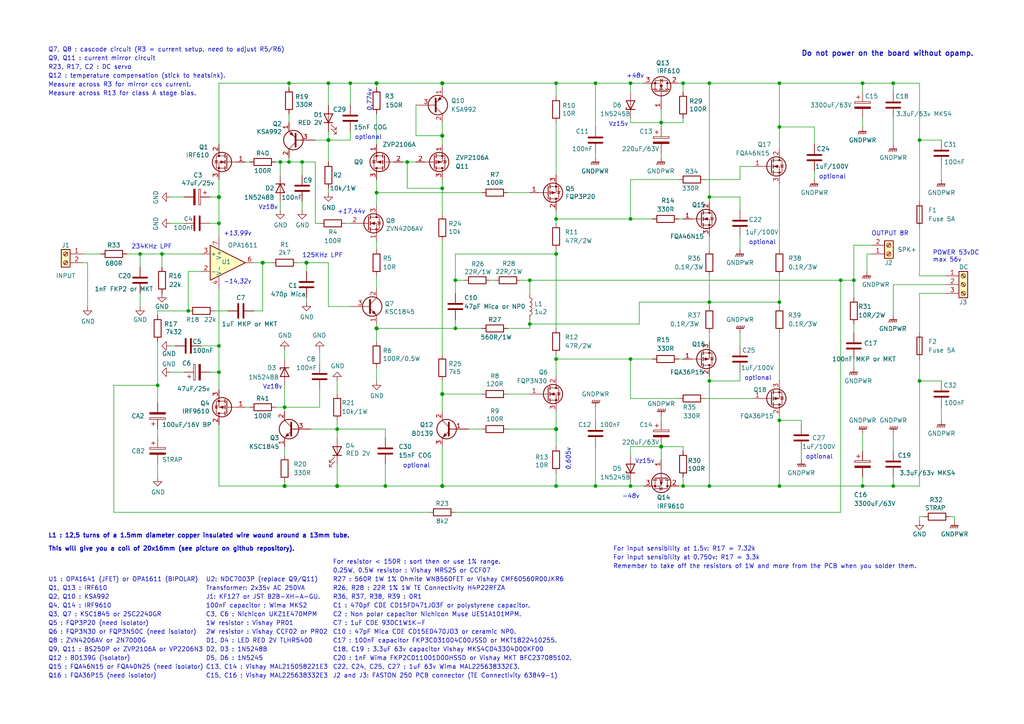
<source format=kicad_sch>
(kicad_sch (version 20211123) (generator eeschema)
  (paper "A4")
  (title_block (title "Q17-TURBO (P2) Amplifier") (date "2023-05-09") (rev "1.0.3") (company "by eng. Tiberiu Vicol") (comment 1 "Modified by Stef for the Q17-TURBO project") (comment 4 "Q17 a QUAD405 audiophile approach"))
  (junction (at 243.84 81.28))
  (junction (at 247.65 81.28))
  (junction (at 54.61 90.17))
  (junction (at 259.08 140.97))
  (junction (at 81.28 46.99))
  (junction (at 205.74 24.13))
  (junction (at 63.5 100.33))
  (junction (at 226.06 87.63))
  (junction (at 76.2 76.2) (diameter 1.016))
  (junction (at 128.27 140.97) (diameter 1.016))
  (junction (at 259.08 24.13))
  (junction (at 205.74 57.15))
  (junction (at 250.19 140.97))
  (junction (at 128.27 39.37) (diameter 1.016))
  (junction (at 205.74 87.63))
  (junction (at 45.72 111.76))
  (junction (at 118.11 46.99))
  (junction (at 83.82 46.99))
  (junction (at 153.67 93.98))
  (junction (at 101.6 24.13))
  (junction (at 63.5 107.95))
  (junction (at 226.06 24.13))
  (junction (at 82.55 140.97) (diameter 1.016))
  (junction (at 266.7 40.64))
  (junction (at 250.19 24.13))
  (junction (at 226.06 36.83))
  (junction (at 109.22 95.25) (diameter 1.016))
  (junction (at 182.88 63.5))
  (junction (at 109.22 24.13) (diameter 1.016))
  (junction (at 88.9 76.2) (diameter 1.016))
  (junction (at 191.77 129.54) (diameter 1.016))
  (junction (at 46.99 73.66))
  (junction (at 161.29 24.13))
  (junction (at 95.25 24.13))
  (junction (at 97.79 124.46))
  (junction (at 198.12 24.13))
  (junction (at 83.82 24.13))
  (junction (at 128.27 54.61))
  (junction (at 161.29 140.97))
  (junction (at 132.08 81.28))
  (junction (at 97.79 140.97) (diameter 1.016))
  (junction (at 128.27 24.13) (diameter 1.016))
  (junction (at 198.12 140.97))
  (junction (at 172.72 24.13))
  (junction (at 161.29 73.66))
  (junction (at 40.64 73.66))
  (junction (at 153.67 81.28))
  (junction (at 172.72 140.97))
  (junction (at 161.29 63.5))
  (junction (at 87.63 46.99))
  (junction (at 161.29 104.14))
  (junction (at 82.55 118.11))
  (junction (at 161.29 124.46) (diameter 1.016))
  (junction (at 109.22 55.88))
  (junction (at 226.06 140.97))
  (junction (at 182.88 104.14))
  (junction (at 63.5 64.77))
  (junction (at 111.76 140.97))
  (junction (at 191.77 35.56))
  (junction (at 128.27 114.3) (diameter 1.016))
  (junction (at 205.74 110.49))
  (junction (at 95.25 40.64) (diameter 1.016))
  (junction (at 182.88 24.13))
  (junction (at 63.5 57.15) (diameter 1.016))
  (junction (at 205.74 140.97))
  (junction (at 226.06 121.92))
  (junction (at 132.08 95.25))
  (junction (at 266.7 110.49))
  (junction (at 182.88 140.97))
  (wire (pts (xy 250.19 24.13) (xy 259.08 24.13)))
  (wire (pts (xy 134.62 81.28) (xy 132.08 81.28)))
  (wire (pts (xy 198.12 130.81) (xy 198.12 129.54)))
  (wire (pts (xy 88.9 76.2) (xy 95.25 76.2)))
  (wire (pts (xy 153.67 81.28) (xy 243.84 81.28)))
  (wire (pts (xy 124.46 148.59) (xy 33.02 148.59)))
  (wire (pts (xy 45.72 111.76) (xy 45.72 116.84)))
  (wire (pts (xy 132.08 73.66) (xy 161.29 73.66)))
  (wire (pts (xy 95.25 40.64) (xy 95.25 38.1)))
  (wire (pts (xy 91.44 40.64) (xy 95.25 40.64)))
  (wire (pts (xy 97.79 121.92) (xy 97.79 124.46)))
  (wire (pts (xy 182.88 63.5) (xy 189.23 63.5)))
  (wire (pts (xy 118.11 54.61) (xy 118.11 46.99)))
  (wire (pts (xy 198.12 129.54) (xy 191.77 129.54)))
  (wire (pts (xy 83.82 33.02) (xy 83.82 35.56)))
  (wire (pts (xy 226.06 24.13) (xy 226.06 36.83)))
  (wire (pts (xy 91.44 64.77) (xy 91.44 46.99)))
  (wire (pts (xy 128.27 54.61) (xy 118.11 54.61)))
  (wire (pts (xy 71.12 46.99) (xy 72.39 46.99)))
  (wire (pts (xy 198.12 24.13) (xy 198.12 26.67)))
  (wire (pts (xy 45.72 99.06) (xy 45.72 111.76)))
  (wire (pts (xy 266.7 85.09) (xy 266.7 96.52)))
  (wire (pts (xy 226.06 36.83) (xy 226.06 43.18)))
  (wire (pts (xy 161.29 119.38) (xy 161.29 124.46)))
  (wire (pts (xy 161.29 124.46) (xy 161.29 129.54)))
  (wire (pts (xy 232.41 133.35) (xy 232.41 130.81)))
  (wire (pts (xy 132.08 73.66) (xy 132.08 81.28)))
  (wire (pts (xy 161.29 63.5) (xy 182.88 63.5)))
  (wire (pts (xy 243.84 81.28) (xy 243.84 148.59)))
  (wire (pts (xy 226.06 87.63) (xy 226.06 88.9)))
  (wire (pts (xy 40.64 77.47) (xy 40.64 73.66)))
  (wire (pts (xy 45.72 134.62) (xy 45.72 138.43)))
  (wire (pts (xy 76.2 76.2) (xy 76.2 90.17)))
  (wire (pts (xy 153.67 93.98) (xy 153.67 95.25)))
  (wire (pts (xy 236.22 41.91) (xy 236.22 36.83)))
  (wire (pts (xy 128.27 69.85) (xy 128.27 102.87)))
  (wire (pts (xy 45.72 124.46) (xy 45.72 127)))
  (wire (pts (xy 191.77 31.75) (xy 191.77 35.56)))
  (wire (pts (xy 63.5 113.03) (xy 63.5 107.95)))
  (wire (pts (xy 205.74 96.52) (xy 205.74 99.06)))
  (wire (pts (xy 247.65 81.28) (xy 247.65 86.36)))
  (wire (pts (xy 214.63 48.26) (xy 218.44 48.26)))
  (wire (pts (xy 111.76 134.62) (xy 111.76 140.97)))
  (wire (pts (xy 247.65 71.12) (xy 247.65 81.28)))
  (wire (pts (xy 226.06 36.83) (xy 236.22 36.83)))
  (wire (pts (xy 226.06 110.49) (xy 226.06 96.52)))
  (wire (pts (xy 83.82 45.72) (xy 83.82 46.99)))
  (wire (pts (xy 161.29 104.14) (xy 161.29 109.22)))
  (wire (pts (xy 40.64 73.66) (xy 46.99 73.66)))
  (wire (pts (xy 128.27 52.07) (xy 128.27 54.61)))
  (wire (pts (xy 132.08 81.28) (xy 132.08 85.09)))
  (wire (pts (xy 205.74 140.97) (xy 226.06 140.97)))
  (wire (pts (xy 161.29 140.97) (xy 172.72 140.97)))
  (wire (pts (xy 182.88 24.13) (xy 186.69 24.13)))
  (wire (pts (xy 25.4 88.9) (xy 25.4 76.2)))
  (wire (pts (xy 236.22 49.53) (xy 236.22 52.07)))
  (wire (pts (xy 63.5 123.19) (xy 63.5 140.97)))
  (wire (pts (xy 71.12 118.11) (xy 72.39 118.11)))
  (wire (pts (xy 153.67 55.88) (xy 147.32 55.88)))
  (wire (pts (xy 33.02 111.76) (xy 45.72 111.76)))
  (wire (pts (xy 33.02 148.59) (xy 33.02 111.76)))
  (wire (pts (xy 250.19 138.43) (xy 250.19 140.97)))
  (wire (pts (xy 128.27 35.56) (xy 128.27 39.37)))
  (wire (pts (xy 161.29 35.56) (xy 161.29 50.8)))
  (wire (pts (xy 198.12 140.97) (xy 205.74 140.97)))
  (wire (pts (xy 153.67 93.98) (xy 185.42 93.98)))
  (wire (pts (xy 82.55 139.7) (xy 82.55 140.97)))
  (wire (pts (xy 80.01 46.99) (xy 81.28 46.99)))
  (wire (pts (xy 259.08 24.13) (xy 259.08 26.67)))
  (wire (pts (xy 251.46 78.74) (xy 251.46 73.66)))
  (wire (pts (xy 182.88 104.14) (xy 182.88 115.57)))
  (wire (pts (xy 46.99 77.47) (xy 46.99 73.66)))
  (wire (pts (xy 252.73 71.12) (xy 247.65 71.12)))
  (wire (pts (xy 60.96 107.95) (xy 63.5 107.95)))
  (wire (pts (xy 205.74 87.63) (xy 205.74 88.9)))
  (wire (pts (xy 204.47 52.07) (xy 214.63 52.07)))
  (wire (pts (xy 101.6 88.9) (xy 95.25 88.9)))
  (wire (pts (xy 95.25 88.9) (xy 95.25 76.2)))
  (wire (pts (xy 214.63 60.96) (xy 214.63 57.15)))
  (wire (pts (xy 36.83 73.66) (xy 40.64 73.66)))
  (wire (pts (xy 266.7 40.64) (xy 266.7 58.42)))
  (wire (pts (xy 128.27 24.13) (xy 161.29 24.13)))
  (wire (pts (xy 266.7 85.09) (xy 274.32 85.09)))
  (wire (pts (xy 259.08 140.97) (xy 250.19 140.97)))
  (wire (pts (xy 83.82 24.13) (xy 95.25 24.13)))
  (wire (pts (xy 128.27 114.3) (xy 139.7 114.3)))
  (wire (pts (xy 142.24 81.28) (xy 143.51 81.28)))
  (wire (pts (xy 62.23 90.17) (xy 66.04 90.17)))
  (wire (pts (xy 191.77 36.83) (xy 191.77 35.56)))
  (wire (pts (xy 172.72 140.97) (xy 182.88 140.97)))
  (wire (pts (xy 226.06 121.92) (xy 232.41 121.92)))
  (wire (pts (xy 63.5 52.07) (xy 63.5 57.15)))
  (wire (pts (xy 63.5 57.15) (xy 63.5 64.77)))
  (wire (pts (xy 95.25 40.64) (xy 101.6 40.64)))
  (wire (pts (xy 147.32 114.3) (xy 153.67 114.3)))
  (wire (pts (xy 60.96 64.77) (xy 63.5 64.77)))
  (wire (pts (xy 153.67 92.71) (xy 153.67 93.98)))
  (wire (pts (xy 147.32 95.25) (xy 153.67 95.25)))
  (wire (pts (xy 196.85 63.5) (xy 198.12 63.5)))
  (wire (pts (xy 82.55 140.97) (xy 97.79 140.97)))
  (wire (pts (xy 205.74 109.22) (xy 205.74 110.49)))
  (wire (pts (xy 196.85 104.14) (xy 198.12 104.14)))
  (wire (pts (xy 191.77 45.72) (xy 191.77 44.45)))
  (wire (pts (xy 49.53 64.77) (xy 53.34 64.77)))
  (wire (pts (xy 101.6 24.13) (xy 109.22 24.13)))
  (wire (pts (xy 161.29 24.13) (xy 172.72 24.13)))
  (wire (pts (xy 161.29 24.13) (xy 161.29 27.94)))
  (wire (pts (xy 81.28 46.99) (xy 83.82 46.99)))
  (wire (pts (xy 132.08 95.25) (xy 139.7 95.25)))
  (wire (pts (xy 92.71 113.03) (xy 92.71 118.11)))
  (wire (pts (xy 25.4 76.2) (xy 24.13 76.2)))
  (wire (pts (xy 97.79 124.46) (xy 97.79 127)))
  (wire (pts (xy 267.97 149.86) (xy 266.7 149.86)))
  (wire (pts (xy 118.11 46.99) (xy 120.65 46.99)))
  (wire (pts (xy 182.88 104.14) (xy 189.23 104.14)))
  (wire (pts (xy 128.27 110.49) (xy 128.27 114.3)))
  (wire (pts (xy 151.13 81.28) (xy 153.67 81.28)))
  (wire (pts (xy 226.06 120.65) (xy 226.06 121.92)))
  (wire (pts (xy 101.6 24.13) (xy 101.6 30.48)))
  (wire (pts (xy 80.01 118.11) (xy 82.55 118.11)))
  (wire (pts (xy 147.32 124.46) (xy 161.29 124.46)))
  (wire (pts (xy 161.29 102.87) (xy 161.29 104.14)))
  (wire (pts (xy 182.88 115.57) (xy 196.85 115.57)))
  (wire (pts (xy 214.63 96.52) (xy 214.63 100.33)))
  (wire (pts (xy 185.42 93.98) (xy 185.42 87.63)))
  (wire (pts (xy 95.25 30.48) (xy 95.25 24.13)))
  (wire (pts (xy 49.53 100.33) (xy 50.8 100.33)))
  (wire (pts (xy 97.79 114.3) (xy 97.79 110.49)))
  (wire (pts (xy 128.27 114.3) (xy 128.27 119.38)))
  (wire (pts (xy 182.88 35.56) (xy 191.77 35.56)))
  (wire (pts (xy 182.88 34.29) (xy 182.88 35.56)))
  (wire (pts (xy 214.63 68.58) (xy 214.63 72.39)))
  (wire (pts (xy 259.08 34.29) (xy 259.08 41.91)))
  (wire (pts (xy 109.22 80.01) (xy 109.22 83.82)))
  (wire (pts (xy 109.22 69.85) (xy 109.22 72.39)))
  (wire (pts (xy 109.22 52.07) (xy 109.22 55.88)))
  (wire (pts (xy 88.9 76.2) (xy 88.9 78.74)))
  (wire (pts (xy 86.36 76.2) (xy 88.9 76.2)))
  (wire (pts (xy 87.63 46.99) (xy 87.63 50.8)))
  (wire (pts (xy 128.27 39.37) (xy 128.27 41.91)))
  (wire (pts (xy 226.06 140.97) (xy 250.19 140.97)))
  (wire (pts (xy 252.73 73.66) (xy 251.46 73.66)))
  (wire (pts (xy 132.08 92.71) (xy 132.08 95.25)))
  (wire (pts (xy 172.72 45.72) (xy 172.72 44.45)))
  (wire (pts (xy 95.25 54.61) (xy 95.25 55.88)))
  (wire (pts (xy 139.7 124.46) (xy 135.89 124.46)))
  (wire (pts (xy 185.42 87.63) (xy 205.74 87.63)))
  (wire (pts (xy 132.08 148.59) (xy 243.84 148.59)))
  (wire (pts (xy 60.96 57.15) (xy 63.5 57.15)))
  (wire (pts (xy 205.74 110.49) (xy 205.74 140.97)))
  (wire (pts (xy 273.05 40.64) (xy 266.7 40.64)))
  (wire (pts (xy 54.61 78.74) (xy 58.42 78.74)))
  (wire (pts (xy 128.27 24.13) (xy 128.27 25.4)))
  (wire (pts (xy 182.88 52.07) (xy 196.85 52.07)))
  (wire (pts (xy 226.06 121.92) (xy 226.06 140.97)))
  (wire (pts (xy 196.85 140.97) (xy 198.12 140.97)))
  (wire (pts (xy 161.29 73.66) (xy 161.29 72.39)))
  (wire (pts (xy 273.05 110.49) (xy 266.7 110.49)))
  (wire (pts (xy 161.29 140.97) (xy 161.29 137.16)))
  (wire (pts (xy 128.27 129.54) (xy 128.27 140.97)))
  (wire (pts (xy 128.27 140.97) (xy 161.29 140.97)))
  (wire (pts (xy 45.72 90.17) (xy 45.72 91.44)))
  (wire (pts (xy 120.65 30.48) (xy 120.65 39.37)))
  (wire (pts (xy 63.5 41.91) (xy 63.5 24.13)))
  (wire (pts (xy 63.5 24.13) (xy 83.82 24.13)))
  (wire (pts (xy 90.17 124.46) (xy 97.79 124.46)))
  (wire (pts (xy 128.27 54.61) (xy 128.27 62.23)))
  (wire (pts (xy 191.77 121.92) (xy 191.77 120.65)))
  (wire (pts (xy 161.29 73.66) (xy 161.29 95.25)))
  (wire (pts (xy 259.08 125.73) (xy 259.08 130.81)))
  (wire (pts (xy 172.72 129.54) (xy 172.72 140.97)))
  (wire (pts (xy 161.29 63.5) (xy 161.29 64.77)))
  (wire (pts (xy 116.84 46.99) (xy 118.11 46.99)))
  (wire (pts (xy 83.82 25.4) (xy 83.82 24.13)))
  (wire (pts (xy 205.74 80.01) (xy 205.74 87.63)))
  (wire (pts (xy 226.06 80.01) (xy 226.06 87.63)))
  (wire (pts (xy 214.63 57.15) (xy 205.74 57.15)))
  (wire (pts (xy 266.7 24.13) (xy 266.7 40.64)))
  (wire (pts (xy 266.7 149.86) (xy 266.7 151.13)))
  (wire (pts (xy 109.22 55.88) (xy 139.7 55.88)))
  (wire (pts (xy 266.7 80.01) (xy 274.32 80.01)))
  (wire (pts (xy 109.22 106.68) (xy 109.22 110.49)))
  (wire (pts (xy 214.63 52.07) (xy 214.63 48.26)))
  (wire (pts (xy 198.12 138.43) (xy 198.12 140.97)))
  (wire (pts (xy 266.7 66.04) (xy 266.7 80.01)))
  (wire (pts (xy 95.25 24.13) (xy 101.6 24.13)))
  (wire (pts (xy 63.5 140.97) (xy 82.55 140.97)))
  (wire (pts (xy 88.9 86.36) (xy 88.9 87.63)))
  (wire (pts (xy 97.79 140.97) (xy 97.79 134.62)))
  (wire (pts (xy 73.66 76.2) (xy 76.2 76.2)))
  (wire (pts (xy 76.2 76.2) (xy 78.74 76.2)))
  (wire (pts (xy 40.64 85.09) (xy 40.64 88.9)))
  (wire (pts (xy 191.77 129.54) (xy 191.77 133.35)))
  (wire (pts (xy 111.76 124.46) (xy 111.76 127)))
  (wire (pts (xy 82.55 118.11) (xy 82.55 119.38)))
  (wire (pts (xy 82.55 118.11) (xy 92.71 118.11)))
  (wire (pts (xy 266.7 110.49) (xy 266.7 140.97)))
  (wire (pts (xy 198.12 24.13) (xy 205.74 24.13)))
  (wire (pts (xy 232.41 123.19) (xy 232.41 121.92)))
  (wire (pts (xy 161.29 104.14) (xy 182.88 104.14)))
  (wire (pts (xy 109.22 24.13) (xy 128.27 24.13)))
  (wire (pts (xy 172.72 24.13) (xy 172.72 36.83)))
  (wire (pts (xy 205.74 24.13) (xy 205.74 57.15)))
  (wire (pts (xy 100.33 64.77) (xy 101.6 64.77)))
  (wire (pts (xy 204.47 115.57) (xy 218.44 115.57)))
  (wire (pts (xy 97.79 140.97) (xy 111.76 140.97)))
  (wire (pts (xy 153.67 81.28) (xy 153.67 85.09)))
  (wire (pts (xy 45.72 90.17) (xy 54.61 90.17)))
  (wire (pts (xy 182.88 140.97) (xy 186.69 140.97)))
  (wire (pts (xy 275.59 149.86) (xy 276.86 149.86)))
  (wire (pts (xy 276.86 149.86) (xy 276.86 151.13)))
  (wire (pts (xy 58.42 100.33) (xy 63.5 100.33)))
  (wire (pts (xy 109.22 95.25) (xy 109.22 99.06)))
  (wire (pts (xy 73.66 90.17) (xy 76.2 90.17)))
  (wire (pts (xy 266.7 104.14) (xy 266.7 110.49)))
  (wire (pts (xy 266.7 24.13) (xy 259.08 24.13)))
  (wire (pts (xy 259.08 82.55) (xy 259.08 91.44)))
  (wire (pts (xy 259.08 82.55) (xy 274.32 82.55)))
  (wire (pts (xy 198.12 35.56) (xy 191.77 35.56)))
  (wire (pts (xy 205.74 87.63) (xy 226.06 87.63)))
  (wire (pts (xy 259.08 138.43) (xy 259.08 140.97)))
  (wire (pts (xy 49.53 107.95) (xy 53.34 107.95)))
  (wire (pts (xy 266.7 140.97) (xy 259.08 140.97)))
  (wire (pts (xy 87.63 46.99) (xy 91.44 46.99)))
  (wire (pts (xy 182.88 139.7) (xy 182.88 140.97)))
  (wire (pts (xy 81.28 46.99) (xy 81.28 50.8)))
  (wire (pts (xy 205.74 24.13) (xy 226.06 24.13)))
  (wire (pts (xy 49.53 57.15) (xy 53.34 57.15)))
  (wire (pts (xy 101.6 38.1) (xy 101.6 40.64)))
  (wire (pts (xy 182.88 63.5) (xy 182.88 52.07)))
  (wire (pts (xy 172.72 24.13) (xy 182.88 24.13)))
  (wire (pts (xy 226.06 53.34) (xy 226.06 72.39)))
  (wire (pts (xy 182.88 129.54) (xy 182.88 132.08)))
  (wire (pts (xy 95.25 40.64) (xy 95.25 46.99)))
  (wire (pts (xy 111.76 140.97) (xy 128.27 140.97)))
  (wire (pts (xy 87.63 60.96) (xy 87.63 58.42)))
  (wire (pts (xy 198.12 34.29) (xy 198.12 35.56)))
  (wire (pts (xy 46.99 73.66) (xy 58.42 73.66)))
  (wire (pts (xy 205.74 57.15) (xy 205.74 58.42)))
  (wire (pts (xy 24.13 73.66) (xy 29.21 73.66)))
  (wire (pts (xy 109.22 55.88) (xy 109.22 59.69)))
  (wire (pts (xy 243.84 81.28) (xy 247.65 81.28)))
  (wire (pts (xy 172.72 118.11) (xy 172.72 121.92)))
  (wire (pts (xy 214.63 107.95) (xy 214.63 110.49)))
  (wire (pts (xy 82.55 101.6) (xy 82.55 104.14)))
  (wire (pts (xy 92.71 64.77) (xy 91.44 64.77)))
  (wire (pts (xy 92.71 101.6) (xy 92.71 105.41)))
  (wire (pts (xy 63.5 100.33) (xy 63.5 107.95)))
  (wire (pts (xy 247.65 104.14) (xy 247.65 106.68)))
  (wire (pts (xy 63.5 83.82) (xy 63.5 100.33)))
  (wire (pts (xy 161.29 60.96) (xy 161.29 63.5)))
  (wire (pts (xy 63.5 68.58) (xy 63.5 64.77)))
  (wire (pts (xy 247.65 93.98) (xy 247.65 96.52)))
  (wire (pts (xy 205.74 72.39) (xy 205.74 68.58)))
  (wire (pts (xy 250.19 34.29) (xy 250.19 36.83)))
  (wire (pts (xy 182.88 24.13) (xy 182.88 26.67)))
  (wire (pts (xy 97.79 124.46) (xy 111.76 124.46)))
  (wire (pts (xy 82.55 111.76) (xy 82.55 118.11)))
  (wire (pts (xy 109.22 95.25) (xy 132.08 95.25)))
  (wire (pts (xy 273.05 48.26) (xy 273.05 52.07)))
  (wire (pts (xy 109.22 93.98) (xy 109.22 95.25)))
  (wire (pts (xy 250.19 130.81) (xy 250.19 125.73)))
  (wire (pts (xy 81.28 58.42) (xy 81.28 60.96)))
  (wire (pts (xy 109.22 33.02) (xy 109.22 41.91)))
  (wire (pts (xy 226.06 24.13) (xy 250.19 24.13)))
  (wire (pts (xy 128.27 39.37) (xy 120.65 39.37)))
  (wire (pts (xy 273.05 118.11) (xy 273.05 121.92)))
  (wire (pts (xy 250.19 26.67) (xy 250.19 24.13)))
  (wire (pts (xy 196.85 24.13) (xy 198.12 24.13)))
  (wire (pts (xy 83.82 46.99) (xy 87.63 46.99)))
  (wire (pts (xy 191.77 129.54) (xy 182.88 129.54)))
  (wire (pts (xy 82.55 132.08) (xy 82.55 129.54)))
  (wire (pts (xy 109.22 24.13) (xy 109.22 25.4)))
  (wire (pts (xy 54.61 90.17) (xy 54.61 78.74)))
  (wire (pts (xy 205.74 110.49) (xy 214.63 110.49)))
  (text "D1, D4 : LED RED 2V TLHR5400" (at 59.69 186.69 0) (effects (font (size 1.27 1.27)) (justify left bottom)))
  (text "Do not power on the board without opamp." (at 232.41 16.51 0) (effects (font (size 1.5 1.5) (thickness 0.254) bold) (justify left bottom)))
  (text "C10 : 47pF Mica CDE CD15ED470JO3 or ceramic NP0." (at 96.52 184.15 0) (effects (font (size 1.27 1.27)) (justify left bottom)))
  (text "C15, C16 : Vishay MAL225638332E3" (at 59.69 196.85 0) (effects (font (size 1.27 1.27)) (justify left bottom)))
  (text "+13,99v" (at 64.77 68.58 0) (effects (font (size 1.27 1.27) italic) (justify left bottom)))
  (text "Vz15v" (at 176.53 36.83 0) (effects (font (size 1.27 1.27)) (justify left bottom)))
  (text "+48v" (at 181.61 22.86 0) (effects (font (size 1.27 1.27) italic) (justify left bottom)))
  (text "R27 : 560R 1W 1% Ohmite WNB560FET or Vishay CMF60560R00JKR6" (at 96.52 168.91 0) (effects (font (size 1.27 1.27)) (justify left bottom)))
  (text "Q12 : BD139G (isolator)" (at 13.97 191.77 0) (effects (font (size 1.27 1.27)) (justify left bottom)))
  (text "Q4, Q14 : IRF9610" (at 13.97 176.53 0) (effects (font (size 1.27 1.27)) (justify left bottom)))
  (text "C20 : 1nF Wima FKP2C011001D00HSSD or Vishay MKT BFC237085102." (at 96.52 191.77 0) (effects (font (size 1.27 1.27)) (justify left bottom)))
  (text "D5, D6 : 1N5245" (at 59.69 191.77 0) (effects (font (size 1.27 1.27)) (justify left bottom)))
  (text "U1 : OPA1641 (JFET) or OPA1611 (BIPOLAR)" (at 13.97 168.91 0) (effects (font (size 1.27 1.27)) (justify left bottom)))
  (text "This will give you a coil of 20x16mm (see picture on github repository)." (at 13.97 160.02 0) (effects (font (size 1.27 1.27) (thickness 0.254) bold) (justify left bottom)))
  (text "Q12 : temperature compensation (stick to heatsink)." (at 13.97 22.86 0) (effects (font (size 1.27 1.27)) (justify left bottom)))
  (text "Vz18v" (at 74.93 60.96 0) (effects (font (size 1.27 1.27)) (justify left bottom)))
  (text "C13, C14 : Vishay MAL215058221E3" (at 59.69 194.31 0) (effects (font (size 1.27 1.27)) (justify left bottom)))
  (text "C18, C19 : 3.3uF 63v capacitor Vishay MKS4C043304D00KF00" (at 96.52 189.23 0) (effects (font (size 1.27 1.27)) (justify left bottom)))
  (text "Q9, Q11 : BS250P or ZVP2106A or VP2206N3" (at 13.97 189.23 0) (effects (font (size 1.27 1.27)) (justify left bottom)))
  (text "Transformer: 2x35v AC 250VA" (at 59.69 171.45 0) (effects (font (size 1.27 1.27)) (justify left bottom)))
  (text "C1 : 470pF CDE CD15FD471JO3F or polystyrene capacitor." (at 96.52 176.53 0) (effects (font (size 1.27 1.27)) (justify left bottom)))
  (text "J2 and J3: FASTON 250 PCB connector (TE Connectivity 63849-1)" (at 96.52 196.85 0) (effects (font (size 1.27 1.27)) (justify left bottom)))
  (text "optional" (at 116.84 135.89 0) (effects (font (size 1.27 1.27)) (justify left bottom)))
  (text "Q15 : FQA46N15 or FQA40N25 (need isolator)" (at 13.97 194.31 0) (effects (font (size 1.27 1.27)) (justify left bottom)))
  (text "0,774v" (at 107.9362 32.4403 90) (effects (font (size 1.27 1.27) italic) (justify left bottom)))
  (text "C17 : 100nF capacitor FKP3C031004C00JSSD or MKT1822410255." (at 96.52 186.69 0) (effects (font (size 1.27 1.27)) (justify left bottom)))
  (text "R23, R17, C2 : DC servo" (at 13.97 20.32 0) (effects (font (size 1.27 1.27)) (justify left bottom)))
  (text "234KHz LPF" (at 38.1 72.39 0) (effects (font (size 1.27 1.27)) (justify left bottom)))
  (text "Q9, Q11 : current mirror circuit" (at 13.97 17.78 0) (effects (font (size 1.27 1.27)) (justify left bottom)))
  (text "Q1, Q13 : IRF610" (at 13.97 171.45 0) (effects (font (size 1.27 1.27)) (justify left bottom)))
  (text "OUTPUT 8R" (at 252.73 68.58 0) (effects (font (size 1.27 1.27)) (justify left bottom)))
  (text "Q3, Q7 : KSC1845 or 2SC2240GR" (at 13.97 179.07 0) (effects (font (size 1.27 1.27)) (justify left bottom)))
  (text "Q5 : FQP3P20 (need isolator)" (at 13.97 181.61 0) (effects (font (size 1.27 1.27)) (justify left bottom)))
  (text "optional" (at 237.49 52.07 0) (effects (font (size 1.27 1.27)) (justify left bottom)))
  (text "L1 : 12,5 turns of a 1.5mm diameter copper insulated wire wound around a 13mm tube." (at 13.97 156.21 0) (effects (font (size 1.27 1.27) (thickness 0.254) bold) (justify left bottom)))
  (text "C22, C24, C25, C27 : 1uF 63v Wima MAL225638332E3." (at 96.52 194.31 0) (effects (font (size 1.27 1.27)) (justify left bottom)))
  (text "Q7, Q8 : cascode circuit (R3 = current setup, need to adjust R5/R6)" (at 13.97 15.24 0) (effects (font (size 1.27 1.27)) (justify left bottom)))
  (text "For input sensibility at 0.750v: R17 = 3.3k" (at 177.8 162.56 0) (effects (font (size 1.27 1.27)) (justify left bottom)))
  (text "C3, C6 : Nichicon UKZ1E470MPM" (at 59.69 179.07 0) (effects (font (size 1.27 1.27)) (justify left bottom)))
  (text "1W resistor : Vishay PR01" (at 59.69 181.61 0) (effects (font (size 1.27 1.27)) (justify left bottom)))
  (text "C7 : 1uF CDE 930C1W1K-F" (at 96.52 181.61 0) (effects (font (size 1.27 1.27)) (justify left bottom)))
  (text "D2, D3 : 1N5248B" (at 59.69 189.23 0) (effects (font (size 1.27 1.27)) (justify left bottom)))
  (text "Q6 : FQP3N30 or FQP3N50C (need isolator)" (at 13.97 184.15 0) (effects (font (size 1.27 1.27)) (justify left bottom)))
  (text "For input sensibility at 1.5v: R17 = 7.32k" (at 177.8 160.02 0) (effects (font (size 1.27 1.27)) (justify left bottom)))
  (text "J1: KF127 or JST B2B-XH-A-GU." (at 59.69 173.99 0) (effects (font (size 1.27 1.27)) (justify left bottom)))
  (text "-48v" (at 180.34 144.78 0) (effects (font (size 1.27 1.27) italic) (justify left bottom)))
  (text "Remember to take off the resistors of 1W and more from the PCB when you solder them." (at 177.8 165.1 0) (effects (font (size 1.27 1.27)) (justify left bottom)))
  (text "Q16 : FQA36P15 (need isolator)" (at 13.97 196.85 0) (effects (font (size 1.27 1.27)) (justify left bottom)))
  (text "R26, R28 : 22R 1% 1W TE Connectivity H4P22RFZA" (at 96.52 171.45 0) (effects (font (size 1.27 1.27)) (justify left bottom)))
  (text "0,605v" (at 165.6154 136.5264 90) (effects (font (size 1.27 1.27) italic) (justify left bottom)))
  (text "C2 : Non polar capacitor Nichicon Muse UES1A101MPM." (at 96.52 179.07 0) (effects (font (size 1.27 1.27)) (justify left bottom)))
  (text "2W resistor : Vishay CCF02 or PR02" (at 59.69 184.15 0) (effects (font (size 1.27 1.27)) (justify left bottom)))
  (text "0.25W, 0.5W resistor : Vishay MRS25 or CCF07" (at 96.52 166.37 0) (effects (font (size 1.27 1.27)) (justify left bottom)))
  (text "optional" (at 102.87 40.64 0) (effects (font (size 1.27 1.27)) (justify left bottom)))
  (text "POWER 53vDC\nmax 56v" (at 270.51 76.2 0) (effects (font (size 1.27 1.27)) (justify left bottom)))
  (text "125KHz LPF" (at 87.63 74.93 0) (effects (font (size 1.27 1.27)) (justify left bottom)))
  (text "Measure across R3 for mirror ccs current." (at 13.97 25.4 0) (effects (font (size 1.27 1.27)) (justify left bottom)))
  (text "R36, R37, R38, R39 : 0R1" (at 96.52 173.99 0) (effects (font (size 1.27 1.27)) (justify left bottom)))
  (text "+17,44v" (at 97.79 62.23 0) (effects (font (size 1.27 1.27) italic) (justify left bottom)))
  (text "Measure across R13 for class A stage bias." (at 13.97 27.94 0) (effects (font (size 1.27 1.27)) (justify left bottom)))
  (text "100nF capacitor : Wima MKS2" (at 59.69 176.53 0) (effects (font (size 1.27 1.27)) (justify left bottom)))
  (text "optional" (at 215.9 110.49 0) (effects (font (size 1.27 1.27)) (justify left bottom)))
  (text "Vz15v" (at 184.15 134.62 0) (effects (font (size 1.27 1.27)) (justify left bottom)))
  (text "Vz18v" (at 76.2 113.03 0) (effects (font (size 1.27 1.27)) (justify left bottom)))
  (text "Q2, Q10 : KSA992" (at 13.97 173.99 0) (effects (font (size 1.27 1.27)) (justify left bottom)))
  (text "optional" (at 217.17 71.12 0) (effects (font (size 1.27 1.27)) (justify left bottom)))
  (text "-14,32v" (at 64.77 82.55 0) (effects (font (size 1.27 1.27) italic) (justify left bottom)))
  (text "optional" (at 233.68 133.35 0) (effects (font (size 1.27 1.27)) (justify left bottom)))
  (text "U2: NDC7003P (replace Q9/Q11)" (at 59.69 168.91 0) (effects (font (size 1.27 1.27)) (justify left bottom)))
  (text "Q8 : ZVN4206AV or 2N7000G" (at 13.97 186.69 0) (effects (font (size 1.27 1.27)) (justify left bottom)))
  (text "For resistor < 150R : sort then or use 1% range." (at 96.52 163.83 0) (effects (font (size 1.27 1.27)) (justify left bottom)))
  (symbol (lib_id "Device:Q_NPN_BCE") (at 130.81 124.46 0) (mirror y) (unit 1)
    (property "Reference" "Q12" (at 125.73 123.1899 0) (effects (justify left)))
    (property "Value" "BD139" (at 125.73 125.7299 0) (effects (justify left)))
    (property "Footprint" "Q17_Library:BD139_Horizontal_TabDown" (effects hide))
    (property "Part#" "BD139G" (effects hide))
  )
  (symbol (lib_id "Device:R") (at 33.02 73.66 270) (mirror x) (unit 1)
    (property "Reference" "R33" (at 33.02 71.12 90))
    (property "Value" "680R" (at 33.0388 76.3985 90))
    (property "Footprint" "Resistor_THT:R_Axial_DIN0207_L6.3mm_D2.5mm_P10.16mm_Horizontal" (effects hide))
    (property "Part#" "MRS25000C6800FCT00" (effects hide))
  )
  (symbol (lib_id "Device:R") (at 161.29 133.35 0) (unit 1)
    (property "Reference" "R13" (at 155.194 132.588 0) (effects (justify left)))
    (property "Value" "10R" (at 155.194 134.8867 0) (effects (justify left)))
    (property "Footprint" "Resistor_THT:R_Axial_DIN0207_L6.3mm_D2.5mm_P10.16mm_Horizontal" (effects hide))
    (property "Part#" "MRS25000C1009FCT00" (effects hide))
  )
  (symbol (lib_id "Device:C") (at 40.64 81.28 180) (unit 1)
    (property "Reference" "C20" (at 38.1 80.01 0) (effects (justify left)))
    (property "Value" "1nF FKP2 or MKT" (at 44.45 83.82 0) (effects (justify left)))
    (property "Footprint" "Q17_Library:C_Mica_v2_L11.4mm_W4.3mm_H9.1_P5.9mm_mix" (effects hide))
    (property "Part#" "FKP2D011001D00JSSD" (effects hide))
  )
  (symbol (lib_id "power:GND") (at 46.99 85.09 0) (unit 1)
    (property "Reference" "#PWR0113" (effects hide))
    (property "Value" "GND" (at 46.99 88.9 0))
  )
  (symbol (lib_id "Device:Q_PNP_ECB") (at 125.73 30.48 0) (mirror x) (unit 1)
    (property "Reference" "Q10" (at 130.81 29.2099 0) (effects (justify left)))
    (property "Value" "KSA992" (at 130.81 31.7499 0) (effects (justify left)))
    (property "Footprint" "Package_TO_SOT_THT:TO-92_Inline_Wide" (effects hide))
    (property "Part#" "KSA992FBTA" (effects hide))
  )
  (symbol (lib_id "Device:R") (at 247.65 90.17 0) (unit 1)
    (property "Reference" "R31" (at 248.92 88.9 0) (effects (justify left)))
    (property "Value" "10R/2W" (at 248.92 91.44 0) (effects (justify left)))
    (property "Footprint" "Q17_Library:R_Axial_L12.0mm_D5.0mm_P15.24mm_Horizontal_Dale_1W" (effects hide))
    (property "Part#" "PR02000201009JR500" (effects hide))
  )
  (symbol (lib_id "Device:C") (at 57.15 64.77 90) (unit 1)
    (property "Reference" "C4" (at 54.61 63.5 90))
    (property "Value" "100nF" (at 53.34 66.04 90))
    (property "Footprint" "Capacitor_THT:C_Rect_L7.2mm_W2.5mm_P5.00mm_FKS2_FKP2_MKS2_MKP2" (effects hide))
    (property "Spice_Primitive" "C" (effects hide))
    (property "Spice_Model" "100n" (effects hide))
    (property "Spice_Netlist_Enabled" "Y" (effects hide))
    (property "Part#" "MKS2D031001A00KSSD" (effects hide))
  )
  (symbol (lib_id "power:GND") (at 45.72 138.43 0) (unit 1)
    (property "Reference" "#PWR0107" (effects hide))
    (property "Value" "GND" (at 45.8343 142.7544 0))
  )
  (symbol (lib_id "Device:R") (at 82.55 76.2 90) (unit 1)
    (property "Reference" "R1" (at 82.55 70.9738 90))
    (property "Value" "2k7" (at 82.55 73.2725 90))
    (property "Footprint" "Resistor_THT:R_Axial_DIN0207_L6.3mm_D2.5mm_P10.16mm_Horizontal" (effects hide))
    (property "Part#" "MRS25000C2701FCT00" (effects hide))
  )
  (symbol (lib_id "power:GNDPWR") (at 191.77 120.65 180) (unit 1)
    (property "Reference" "#PWR0121" (effects hide))
    (property "Value" "GNDPWR" (at 191.77 117.094 0))
  )
  (symbol (lib_id "Device:C") (at 236.22 45.72 180) (unit 1)
    (property "Reference" "C24" (at 238.76 43.18 0))
    (property "Value" "1uF/100V" (at 241.3 48.26 0))
    (property "Footprint" "Capacitor_THT:C_Rect_L7.2mm_W7.2mm_P5.00mm_FKS2_FKP2_MKS2_MKP2" (effects hide))
    (property "Part#" "MKS2D041001K00JSSD" (effects hide))
  )
  (symbol (lib_id "Device:R") (at 205.74 92.71 0) (unit 1)
    (property "Reference" "R37" (at 199.39 91.44 0) (effects (justify left)))
    (property "Value" "0.1R/3W" (at 194.31 93.98 0) (effects (justify left)))
    (property "Footprint" "Resistor_THT:R_Axial_DIN0614_L14.3mm_D5.7mm_P7.62mm_Vertical" (effects hide))
    (property "Datasheet" "https://www.mouser.fr/ProductDetail/KOA-Speer/BPR58CR10J?qs=c3C3yipULq1EyCkbnj3nTQ%3D%3D" (effects hide))
    (property "Part#" "KOA MOSX3CT631RR10J" (effects hide))
  )
  (symbol (lib_id "Device:C") (at 172.72 125.73 0) (unit 1)
    (property "Reference" "C12" (at 167.64 123.19 0) (effects (justify left)))
    (property "Value" "100nF" (at 173.99 123.19 0) (effects (justify left)))
    (property "Footprint" "Capacitor_THT:C_Rect_L7.2mm_W2.5mm_P5.00mm_FKS2_FKP2_MKS2_MKP2" (effects hide))
    (property "Spice_Primitive" "C" (effects hide))
    (property "Spice_Model" "100n" (effects hide))
    (property "Spice_Netlist_Enabled" "Y" (effects hide))
    (property "Part#" "MKS2D031001A00KSSD" (effects hide))
  )
  (symbol (lib_id "Device:R") (at 161.29 68.58 0) (unit 1)
    (property "Reference" "R11" (at 163.83 67.31 0) (effects (justify left)))
    (property "Value" "47R/2W" (at 163.83 69.85 0) (effects (justify left)))
    (property "Footprint" "Resistor_THT:R_Axial_DIN0411_L9.9mm_D3.6mm_P12.70mm_Horizontal" (effects hide))
    (property "Part#" "CCF0247R0JKE36" (effects hide))
  )
  (symbol (lib_id "Device:R") (at 143.51 124.46 90) (unit 1)
    (property "Reference" "R9" (at 143.51 119.2338 90))
    (property "Value" "100R" (at 143.51 121.533 90))
    (property "Footprint" "Resistor_THT:R_Axial_DIN0207_L6.3mm_D2.5mm_P10.16mm_Horizontal" (effects hide))
    (property "Part#" "MRS25000C1000FC100" (effects hide))
  )
  (symbol (lib_id "Device:R") (at 97.79 118.11 0) (mirror x) (unit 1)
    (property "Reference" "R21" (at 99.06 116.84 0) (effects (justify left)))
    (property "Value" "10k/1W" (at 99.06 119.38 0) (effects (justify left)))
    (property "Footprint" "Resistor_THT:R_Axial_DIN0207_L6.3mm_D2.5mm_P10.16mm_Horizontal" (effects hide))
    (property "Part#" "PR01000101002JR500" (effects hide))
  )
  (symbol (lib_id "Device:LED") (at 95.25 34.29 90) (unit 1)
    (property "Reference" "D1" (at 90.9451 33.2836 90) (effects (justify right)))
    (property "Value" "RED 2V" (at 86.36 35.56 90) (effects (justify right)))
    (property "Footprint" "LED_THT:LED_D5.0mm" (effects hide))
    (property "Part#" "TLHR5400" (effects hide))
  )
  (symbol (lib_id "Device:Q_NPN_ECB") (at 85.09 124.46 0) (mirror y) (unit 1)
    (property "Reference" "Q3" (at 81.026 127 0) (effects (justify left)))
    (property "Value" "KSC1845" (at 81.026 129.54 0) (effects (justify left)))
    (property "Footprint" "Package_TO_SOT_THT:TO-92_Inline_Wide" (effects hide))
    (property "Part#" "KSC1845FTA" (effects hide))
  )
  (symbol (lib_id "Device:C_Polarized") (at 250.19 134.62 0) (unit 1)
    (property "Reference" "C16" (at 247.65 143.51 0) (effects (justify left)))
    (property "Value" "3300uF/63V" (at 247.65 146.05 0) (effects (justify left)))
    (property "Footprint" "Capacitor_THT:CP_Radial_D25.0mm_P10.00mm_SnapIn" (effects hide))
    (property "Datasheet" "https://www.mouser.fr/ProductDetail/Vishay/MAL225628222E3?qs=9jMkQ3H923KBKApxo5QwDw%3D%3D" (effects hide))
    (property "Part#" "MAL225638332E3" (effects hide))
  )
  (symbol (lib_id "Device:R") (at 193.04 104.14 90) (unit 1)
    (property "Reference" "R15" (at 194.31 98.552 90) (effects (justify left)))
    (property "Value" "330R" (at 195.58 101.092 90) (effects (justify left)))
    (property "Footprint" "Resistor_THT:R_Axial_DIN0207_L6.3mm_D2.5mm_P10.16mm_Horizontal" (effects hide))
    (property "Part#" "MRS25000C3300FC1" (effects hide))
  )
  (symbol (lib_id "power:GNDPWR") (at 172.72 118.11 180) (unit 1)
    (property "Reference" "#PWR0120" (effects hide))
    (property "Value" "GNDPWR" (at 172.72 114.3 0))
  )
  (symbol (lib_id "Device:C") (at 172.72 40.64 180) (unit 1)
    (property "Reference" "C11" (at 168.91 38.1 0))
    (property "Value" "100nF" (at 168.91 43.18 0))
    (property "Footprint" "Capacitor_THT:C_Rect_L7.2mm_W2.5mm_P5.00mm_FKS2_FKP2_MKS2_MKP2" (effects hide))
    (property "Spice_Primitive" "C" (effects hide))
    (property "Spice_Model" "100n" (effects hide))
    (property "Spice_Netlist_Enabled" "Y" (effects hide))
    (property "Part#" "MKS2D031001A00KSSD" (effects hide))
  )
  (symbol (lib_id "power:GND") (at 266.7 151.13 0) (unit 1)
    (property "Reference" "#PWR0124" (effects hide))
    (property "Value" "GND" (at 266.7 154.94 0))
  )
  (symbol (lib_id "power:GNDPWR") (at 259.08 91.44 0) (unit 1)
    (property "Reference" "#PWR0128" (effects hide))
    (property "Value" "GNDPWR" (at 258.953 95.358 0))
  )
  (symbol (lib_id "Device:C") (at 87.63 54.61 180) (unit 1)
    (property "Reference" "C9" (at 89.2165 52.3017 0))
    (property "Value" "100nF" (at 84.6399 57.2837 0))
    (property "Footprint" "Capacitor_THT:C_Rect_L7.2mm_W2.5mm_P5.00mm_FKS2_FKP2_MKS2_MKP2" (effects hide))
    (property "Spice_Primitive" "C" (effects hide))
    (property "Spice_Model" "100n" (effects hide))
    (property "Spice_Netlist_Enabled" "Y" (effects hide))
    (property "Part#" "MKS2D031001A00KSSD" (effects hide))
  )
  (symbol (lib_id "power:GND") (at 25.4 88.9 0) (unit 1)
    (property "Reference" "#PWR0114" (effects hide))
    (property "Value" "GND" (at 25.5143 93.2244 0))
  )
  (symbol (lib_id "Device:LED") (at 97.79 130.81 270) (mirror x) (unit 1)
    (property "Reference" "D4" (at 102.87 129.286 90) (effects (justify right)))
    (property "Value" "RED 2V" (at 107.4348 131.5054 90) (effects (justify right)))
    (property "Footprint" "LED_THT:LED_D5.0mm" (effects hide))
    (property "Part#" "TLHR5400" (effects hide))
  )
  (symbol (lib_id "Device:R") (at 193.04 63.5 270) (mirror x) (unit 1)
    (property "Reference" "R14" (at 191.77 58.166 90) (effects (justify left)))
    (property "Value" "330R" (at 190.5 60.706 90) (effects (justify left)))
    (property "Footprint" "Resistor_THT:R_Axial_DIN0207_L6.3mm_D2.5mm_P10.16mm_Horizontal" (effects hide))
    (property "Part#" "MRS25000C3300FC1" (effects hide))
  )
  (symbol (lib_id "Device:R") (at 161.29 31.75 0) (unit 1)
    (property "Reference" "R10" (at 163.0681 30.6006 0) (effects (justify left)))
    (property "Value" "10R" (at 163.0681 32.8993 0) (effects (justify left)))
    (property "Footprint" "Resistor_THT:R_Axial_DIN0207_L6.3mm_D2.5mm_P10.16mm_Horizontal" (effects hide))
    (property "Part#" "MRS25000C1009FCT00" (effects hide))
  )
  (symbol (lib_id "power:GNDPWR") (at 250.19 125.73 180) (unit 1)
    (property "Reference" "#PWR0125" (effects hide))
    (property "Value" "GNDPWR" (at 250.19 121.92 0))
  )
  (symbol (lib_id "Device:R") (at 138.43 81.28 90) (unit 1)
    (property "Reference" "R26" (at 138.5756 76.5684 90))
    (property "Value" "22R/1W" (at 138.5756 78.8671 90))
    (property "Footprint" "Resistor_THT:R_Axial_DIN0411_L9.9mm_D3.6mm_P12.70mm_Horizontal" (effects hide))
    (property "Part#" "H4P22RFZA" (effects hide))
  )
  (symbol (lib_id "power:GNDPWR") (at 236.22 52.07 0) (unit 1)
    (property "Reference" "#PWR0130" (effects hide))
    (property "Value" "GNDPWR" (at 236.22 55.88 0))
  )
  (symbol (lib_id "Device:D_Zener") (at 182.88 30.48 90) (unit 1)
    (property "Reference" "D6" (at 180.34 30.48 90) (effects (justify left)))
    (property "Value" "1N5245B" (at 182.88 33.02 90) (effects (justify left)))
    (property "Footprint" "Diode_THT:D_DO-35_SOD27_P7.62mm_Horizontal" (effects hide))
    (property "Datasheet" "https://www.mouser.fr/ProductDetail/512-1N5245BTR" (effects hide))
    (property "Part#" "1N5245BTR" (effects hide))
  )
  (symbol (lib_id "Device:C") (at 111.76 130.81 0) (unit 1)
    (property "Reference" "C30" (at 115.57 129.5399 0) (effects (justify left)))
    (property "Value" "15nF COG" (at 115.57 132.0799 0) (effects (justify left)))
    (property "Footprint" "Capacitor_SMD:C_1206_3216Metric" (effects hide))
    (property "Part#" "C3216NP01H153J060AA" (effects hide))
  )
  (symbol (lib_id "Device:R") (at 76.2 46.99 90) (unit 1)
    (property "Reference" "R40" (at 76.2 44.45 90))
    (property "Value" "100R" (at 76.2 49.53 90))
    (property "Footprint" "Resistor_THT:R_Axial_DIN0207_L6.3mm_D2.5mm_P10.16mm_Horizontal" (effects hide))
    (property "Part#" "MRS25000C1000FC100" (effects hide))
  )
  (symbol (lib_id "Device:R") (at 46.99 81.28 180) (unit 1)
    (property "Reference" "R16" (at 50.8 80.01 0))
    (property "Value" "22k" (at 50.8 82.55 0))
    (property "Footprint" "Resistor_THT:R_Axial_DIN0207_L6.3mm_D2.5mm_P10.16mm_Horizontal" (effects hide))
    (property "Part#" "MRS25000C2202FCT00" (effects hide))
  )
  (symbol (lib_id "power:GNDPWR") (at 250.19 36.83 0) (unit 1)
    (property "Reference" "#PWR0118" (effects hide))
    (property "Value" "GNDPWR" (at 250.19 40.64 0))
  )
  (symbol (lib_id "Device:Q_NPN_ECB") (at 106.68 88.9 0) (unit 1)
    (property "Reference" "Q7" (at 111.5315 88.1391 0) (effects (justify left)))
    (property "Value" "KSC1845" (at 111.5315 90.4378 0) (effects (justify left)))
    (property "Footprint" "Package_TO_SOT_THT:TO-92_Inline_Wide" (effects hide))
    (property "Part#" "KSC1845FTA" (effects hide))
  )
  (symbol (lib_id "power:GNDPWR") (at 214.63 96.52 180) (unit 1)
    (property "Reference" "#PWR0132" (effects hide))
    (property "Value" "GNDPWR" (at 214.63 92.71 0))
  )
  (symbol (lib_id "Device:C_Polarized") (at 57.15 107.95 90) (unit 1)
    (property "Reference" "C6" (at 54.1221 105.363 90))
    (property "Value" "47uF/25v" (at 56.134 112.776 90))
    (property "Footprint" "Capacitor_THT:CP_Radial_D10.0mm_P5.00mm" (effects hide))
    (property "Part#" "Nichicon Muse UKZ1E470MPM" (effects hide))
  )
  (symbol (lib_id "Device:Q_NMOS_GDS") (at 203.2 63.5 0) (unit 1)
    (property "Reference" "Q15" (at 200.66 59.436 0) (effects (justify left)))
    (property "Value" "FQA46N15" (at 194.31 68.58 0) (effects (justify left)))
    (property "Footprint" "Q17_Library:TO-3PB-3_Horizontal_TabDown_6mmHole" (effects hide))
    (property "Part#" "FQA46N15" (effects hide))
  )
  (symbol (lib_id "Device:Q_PMOS_GDS") (at 223.52 115.57 0) (mirror x) (unit 1)
    (property "Reference" "Q18" (at 218.44 113.03 0) (effects (justify left)))
    (property "Value" "FQA36P15" (at 214.63 120.65 0) (effects (justify left)))
    (property "Footprint" "Q17_Library:TO-3PB-3_Horizontal_TabDown_6mmHole" (effects hide))
    (property "Part#" "FQA36P15" (effects hide))
  )
  (symbol (lib_id "Device:C_Polarized") (at 191.77 40.64 0) (unit 1)
    (property "Reference" "C13" (at 185.42 38.1 0) (effects (justify left)))
    (property "Value" "220uF/63V" (at 180.34 43.18 0) (effects (justify left)))
    (property "Footprint" "Capacitor_THT:CP_Radial_D12.5mm_P5.00mm" (effects hide))
    (property "Part#" "MAL215058221E3" (effects hide))
  )
  (symbol (lib_id "Device:L") (at 153.67 88.9 0) (unit 1)
    (property "Reference" "L1" (at 154.9401 88.1391 0) (effects (justify left)))
    (property "Value" "1u2" (at 154.9401 90.4378 0) (effects (justify left)))
    (property "Footprint" "Q17_Library:L_Radial_D13mm_Q17_P2" (effects hide))
    (property "Part#" "L1 : 12,5 turns of a 1.5mm diameter copper insulated wire wound around a 13mm tube." (effects hide))
  )
  (symbol (lib_id "Device:R") (at 83.82 29.21 0) (unit 1)
    (property "Reference" "R19" (at 85.5981 28.0606 0) (effects (justify left)))
    (property "Value" "330R" (at 85.598 30.359 0) (effects (justify left)))
    (property "Footprint" "Resistor_THT:R_Axial_DIN0207_L6.3mm_D2.5mm_P10.16mm_Horizontal" (effects hide))
    (property "Part#" "MRS25000C3300FC1" (effects hide))
  )
  (symbol (lib_id "Device:C_Polarized") (at 45.72 120.65 0) (mirror x) (unit 1)
    (property "Reference" "CA2" (at 38.1 120.65 0) (effects (justify left)))
    (property "Value" "100uF/16V BP" (at 46.99 123.19 0) (effects (justify left)))
    (property "Footprint" "Capacitor_THT:CP_Radial_D10.0mm_P5.00mm" (effects hide))
    (property "Part#" "UES1A101MPM" (effects hide))
  )
  (symbol (lib_id "Device:C") (at 232.41 127 0) (mirror x) (unit 1)
    (property "Reference" "C27" (at 237.49 127 0))
    (property "Value" "1uF/100V" (at 237.49 129.54 0))
    (property "Footprint" "Capacitor_THT:C_Rect_L7.2mm_W7.2mm_P5.00mm_FKS2_FKP2_MKS2_MKP2" (effects hide))
    (property "Part#" "MKS2D041001K00JSSD" (effects hide))
  )
  (symbol (lib_id "Device:R") (at 143.51 95.25 90) (unit 1)
    (property "Reference" "R27" (at 143.51 92.71 90))
    (property "Value" "560R/1W" (at 143.9061 97.8047 90))
    (property "Footprint" "Resistor_THT:R_Axial_DIN0411_L9.9mm_D3.6mm_P12.70mm_Horizontal" (effects hide))
    (property "Part#" "WNB560FET" (effects hide))
  )
  (symbol (lib_id "Device:R") (at 161.29 99.06 0) (unit 1)
    (property "Reference" "R12" (at 163.83 97.79 0) (effects (justify left)))
    (property "Value" "47R/2W" (at 163.83 100.33 0) (effects (justify left)))
    (property "Footprint" "Resistor_THT:R_Axial_DIN0411_L9.9mm_D3.6mm_P12.70mm_Horizontal" (effects hide))
    (property "Part#" "CCF0247R0JKE36" (effects hide))
  )
  (symbol (lib_id "Device:C") (at 88.9 82.55 0) (unit 1)
    (property "Reference" "C1" (at 83.566 82.804 0) (effects (justify left)))
    (property "Value" "470p Mica" (at 78.486 85.344 0) (effects (justify left)))
    (property "Footprint" "Q17_Library:C_Mica_v2_L11.4mm_W4.3mm_H9.1_P5.9mm_mix" (effects hide))
    (property "Part#" "CD15FD471JO3F" (effects hide))
  )
  (symbol (lib_id "Device:R") (at 95.25 50.8 0) (unit 1)
    (property "Reference" "R2" (at 96.52 50.8 0) (effects (justify left)))
    (property "Value" "10k/1W" (at 95.6293 54.5934 0) (effects (justify left)))
    (property "Footprint" "Resistor_THT:R_Axial_DIN0207_L6.3mm_D2.5mm_P10.16mm_Horizontal" (effects hide))
    (property "Part#" "PR01000101002JR500" (effects hide))
  )
  (symbol (lib_id "Device:Q_NMOS_GDS") (at 223.52 48.26 0) (unit 1)
    (property "Reference" "Q17" (at 219.71 41.91 0) (effects (justify left)))
    (property "Value" "FQA46N15" (at 213.36 44.45 0) (effects (justify left)))
    (property "Footprint" "Q17_Library:TO-3PB-3_Horizontal_TabDown_6mmHole" (effects hide))
    (property "Part#" "FQA46N15" (effects hide))
  )
  (symbol (lib_id "power:GND") (at 81.28 60.96 0) (unit 1)
    (property "Reference" "#PWR0110" (effects hide))
    (property "Value" "GND" (at 81.3943 65.2844 0))
  )
  (symbol (lib_id "Device:R") (at 198.12 30.48 0) (unit 1)
    (property "Reference" "R29" (at 199.8981 29.3306 0) (effects (justify left)))
    (property "Value" "100R" (at 199.898 31.629 0) (effects (justify left)))
    (property "Footprint" "Resistor_THT:R_Axial_DIN0207_L6.3mm_D2.5mm_P10.16mm_Horizontal" (effects hide))
    (property "Part#" "MRS25000C1000FC100" (effects hide))
  )
  (symbol (lib_id "Device:C_Polarized") (at 191.77 125.73 0) (unit 1)
    (property "Reference" "C14" (at 185.42 123.19 0) (effects (justify left)))
    (property "Value" "220uF/63V" (at 180.34 128.27 0) (effects (justify left)))
    (property "Footprint" "Capacitor_THT:CP_Radial_D12.5mm_P5.00mm" (effects hide))
    (property "Part#" "MAL215058221E3" (effects hide))
  )
  (symbol (lib_id "Device:R") (at 143.51 55.88 90) (unit 1)
    (property "Reference" "R7" (at 143.51 50.6538 90))
    (property "Value" "100R" (at 143.51 52.9525 90))
    (property "Footprint" "Resistor_THT:R_Axial_DIN0207_L6.3mm_D2.5mm_P10.16mm_Horizontal" (effects hide))
    (property "Part#" "MRS25000C1000FC100" (effects hide))
  )
  (symbol (lib_id "Transistor_FET:ZVP2106A") (at 111.76 46.99 180) (unit 1)
    (property "Reference" "Q9" (at 105.41 46.99 0) (effects (justify left)))
    (property "Value" "ZVP2106A" (at 120.65 41.91 0) (effects (justify left)))
    (property "Footprint" "Package_TO_SOT_THT:TO-92S_Wide" (effects hide))
    (property "Part#" "ZVP2106A" (effects hide))
  )
  (symbol (lib_id "power:GND") (at 49.53 57.15 270) (unit 1)
    (property "Reference" "#PWR0109" (effects hide))
    (property "Value" "GND" (at 45.2056 57.2643 0))
  )
  (symbol (lib_id "Device:C") (at 132.08 88.9 0) (unit 1)
    (property "Reference" "C10" (at 134.62 86.36 0) (effects (justify left)))
    (property "Value" "47pF Mica or NP0" (at 134.62 88.9 0) (effects (justify left)))
    (property "Footprint" "Q17_Library:C_Mica_v2_L11.4mm_W4.3mm_H9.1_P5.9mm_mix" (effects hide))
    (property "Part#" "CD15ED470JO3" (effects hide))
  )
  (symbol (lib_id "Device:R") (at 200.66 115.57 90) (unit 1)
    (property "Reference" "R35" (at 201.93 118.11 90) (effects (justify left)))
    (property "Value" "330R" (at 203.2 120.65 90) (effects (justify left)))
    (property "Footprint" "Resistor_THT:R_Axial_DIN0207_L6.3mm_D2.5mm_P10.16mm_Horizontal" (effects hide))
    (property "Part#" "MRS25000C3300FC1" (effects hide))
  )
  (symbol (lib_id "Device:R") (at 96.52 64.77 90) (unit 1)
    (property "Reference" "R4" (at 96.52 67.31 90))
    (property "Value" "100R" (at 96.52 69.85 90))
    (property "Footprint" "Resistor_THT:R_Axial_DIN0207_L6.3mm_D2.5mm_P10.16mm_Horizontal" (effects hide))
    (property "Part#" "MRS25000C1000FC100" (effects hide))
  )
  (symbol (lib_id "Device:Fuse") (at 266.7 100.33 0) (unit 1)
    (property "Reference" "F2" (at 269.24 99.0599 0) (effects (justify left)))
    (property "Value" "Fuse 5A" (at 269.24 101.5999 0) (effects (justify left)))
    (property "Footprint" "Q17_Library:fuse_holder_CQ-2" (effects hide))
    (property "Part#" "PCB fuse socket" (effects hide))
  )
  (symbol (lib_id "Device:C_Polarized") (at 250.19 30.48 0) (unit 1)
    (property "Reference" "C15" (at 250.816 27.9106 0) (effects (justify left)))
    (property "Value" "3300uF/63V" (at 234.95 30.48 0) (effects (justify left)))
    (property "Footprint" "Capacitor_THT:CP_Radial_D25.0mm_P10.00mm_SnapIn" (effects hide))
    (property "Datasheet" "https://www.mouser.fr/ProductDetail/Vishay/MAL225628222E3?qs=9jMkQ3H923KBKApxo5QwDw%3D%3D" (effects hide))
    (property "Part#" "MAL225638332E3" (effects hide))
  )
  (symbol (lib_id "Device:R") (at 143.51 114.3 90) (unit 1)
    (property "Reference" "R8" (at 143.51 109.0738 90))
    (property "Value" "120R" (at 143.51 111.3725 90))
    (property "Footprint" "Resistor_THT:R_Axial_DIN0207_L6.3mm_D2.5mm_P10.16mm_Horizontal" (effects hide))
    (property "Part#" "MRS25000C1200FCT" (effects hide))
  )
  (symbol (lib_id "Device:R") (at 45.72 95.25 180) (unit 1)
    (property "Reference" "R17" (at 49.53 93.98 0))
    (property "Value" "7k32" (at 50.3802 96.2595 0))
    (property "Footprint" "Resistor_THT:R_Axial_DIN0207_L6.3mm_D2.5mm_P10.16mm_Horizontal" (effects hide))
    (property "Part#" "MF1/4CCT52R7321F" (effects hide))
  )
  (symbol (lib_id "power:GNDPWR") (at 276.86 151.13 0) (unit 1)
    (property "Reference" "#PWR0123" (effects hide))
    (property "Value" "GNDPWR" (at 276.86 154.94 0))
  )
  (symbol (lib_id "power:GND") (at 49.53 107.95 270) (unit 1)
    (property "Reference" "#PWR0111" (effects hide))
    (property "Value" "GND" (at 48.9899 105.5834 90))
  )
  (symbol (lib_id "Device:R") (at 109.22 76.2 0) (unit 1)
    (property "Reference" "R5" (at 110.998 74.9299 0) (effects (justify left)))
    (property "Value" "10R" (at 110.998 77.4699 0) (effects (justify left)))
    (property "Footprint" "Resistor_THT:R_Axial_DIN0207_L6.3mm_D2.5mm_P10.16mm_Horizontal" (effects hide))
    (property "Part#" "MRS25000C1009FCT00" (effects hide))
  )
  (symbol (lib_id "Connector:Screw_Terminal_01x02") (at 19.05 73.66 0) (mirror y) (unit 1)
    (property "Reference" "J1" (at 19.05 71.12 0))
    (property "Value" "INPUT" (at 19.05 80.01 0))
    (property "Footprint" "Q17_Library:Input_connector_mix_regular" (effects hide))
    (property "Part#" "Terminal Block KF127 5mm 2P" (effects hide))
  )
  (symbol (lib_id "Device:R") (at 198.12 134.62 0) (unit 1)
    (property "Reference" "R30" (at 199.456 133.6118 0) (effects (justify left)))
    (property "Value" "100R" (at 199.4559 135.9102 0) (effects (justify left)))
    (property "Footprint" "Resistor_THT:R_Axial_DIN0207_L6.3mm_D2.5mm_P10.16mm_Horizontal" (effects hide))
    (property "Part#" "MRS25000C1000FC100" (effects hide))
  )
  (symbol (lib_id "Device:R") (at 109.22 29.21 0) (mirror y) (unit 1)
    (property "Reference" "R3" (at 114.3 27.94 0) (effects (justify left)))
    (property "Value" "150R" (at 116.84 30.48 0) (effects (justify left)))
    (property "Footprint" "Resistor_THT:R_Axial_DIN0207_L6.3mm_D2.5mm_P10.16mm_Horizontal" (effects hide))
    (property "Part#" "MRS25000C1500FCT00" (effects hide))
  )
  (symbol (lib_id "Device:R") (at 205.74 76.2 0) (unit 1)
    (property "Reference" "R36" (at 199.39 74.93 0) (effects (justify left)))
    (property "Value" "0.1R/3W" (at 195.58 77.47 0) (effects (justify left)))
    (property "Footprint" "Resistor_THT:R_Axial_DIN0614_L14.3mm_D5.7mm_P7.62mm_Vertical" (effects hide))
    (property "Datasheet" "https://www.mouser.fr/ProductDetail/KOA-Speer/BPR58CR10J?qs=c3C3yipULq1EyCkbnj3nTQ%3D%3D" (effects hide))
    (property "Part#" "KOA MOSX3CT631RR10J" (effects hide))
  )
  (symbol (lib_id "Device:R") (at 200.66 52.07 270) (mirror x) (unit 1)
    (property "Reference" "R34" (at 200.5812 49.7597 90))
    (property "Value" "330R" (at 200.2639 54.6247 90))
    (property "Footprint" "Resistor_THT:R_Axial_DIN0207_L6.3mm_D2.5mm_P10.16mm_Horizontal" (effects hide))
    (property "Part#" "MRS25000C3300FC1" (effects hide))
  )
  (symbol (lib_id "Device:R") (at 128.27 106.68 0) (unit 1)
    (property "Reference" "R25" (at 130.0481 105.5306 0) (effects (justify left)))
    (property "Value" "7k5" (at 130.048 107.829 0) (effects (justify left)))
    (property "Footprint" "Resistor_THT:R_Axial_DIN0207_L6.3mm_D2.5mm_P10.16mm_Horizontal" (effects hide))
    (property "Part#" "MRS25000C7501FCT00" (effects hide))
  )
  (symbol (lib_id "Amplifier_Operational:OPA1641") (at 66.04 76.2 0) (unit 1)
    (property "Reference" "U1" (at 64.262 75.946 0) (effects (justify left)))
    (property "Value" "OPA1611" (at 66.04 71.12 0) (effects (justify left)))
    (property "Footprint" "Package_SO:SOIC-8_3.9x4.9mm_P1.27mm" (effects hide))
    (property "Datasheet" "http://www.ti.com/lit/ds/symlink/opa1641.pdf" (effects hide))
    (property "Part#" "OPA1611AID" (effects hide))
  )
  (symbol (lib_id "power:GNDPWR") (at 232.41 133.35 0) (mirror y) (unit 1)
    (property "Reference" "#PWR0133" (effects hide))
    (property "Value" "GNDPWR" (at 232.41 137.16 0))
  )
  (symbol (lib_id "Device:R") (at 76.2 118.11 90) (unit 1)
    (property "Reference" "R41" (at 76.2 115.57 90))
    (property "Value" "100R" (at 76.2 120.65 90))
    (property "Footprint" "Resistor_THT:R_Axial_DIN0207_L6.3mm_D2.5mm_P10.16mm_Horizontal" (effects hide))
    (property "Part#" "MRS25000C1000FC100" (effects hide))
  )
  (symbol (lib_id "Transistor_FET:2N7000") (at 106.68 64.77 0) (unit 1)
    (property "Reference" "Q8" (at 111.8871 64.0091 0) (effects (justify left)))
    (property "Value" "ZVN4206AV" (at 111.8871 66.3078 0) (effects (justify left)))
    (property "Footprint" "Package_TO_SOT_THT:TO-92S_Wide" (effects hide))
    (property "Datasheet" "https://www.onsemi.com/pub/Collateral/NDS7002A-D.PDF" (effects hide))
    (property "Part#" "ZVN4206AV" (effects hide))
  )
  (symbol (lib_id "power:GND") (at 40.64 88.9 0) (unit 1)
    (property "Reference" "#PWR0131" (effects hide))
    (property "Value" "GND" (at 40.64 92.71 0))
  )
  (symbol (lib_id "Device:Q_NMOS_GDS") (at 158.75 114.3 0) (unit 1)
    (property "Reference" "Q6" (at 156.21 107.95 0) (effects (justify left)))
    (property "Value" "FQP3N30" (at 149.86 110.49 0) (effects (justify left)))
    (property "Footprint" "Q17_Library:TO-220-3_Horizontal_TabDown_6mmHole" (effects hide))
    (property "Part#" "FQP3N30" (effects hide))
  )
  (symbol (lib_id "Connector:Screw_Terminal_01x03") (at 279.4 82.55 0) (unit 1)
    (property "Reference" "J3" (at 278.13 87.63 0) (effects (justify left)))
    (property "Value" "DC" (at 278.13 77.47 0) (effects (justify left)))
    (property "Footprint" "TerminalBlock_Phoenix:TerminalBlock_Phoenix_PT-1,5-3-5.0-H_1x03_P5.00mm_Horizontal" (effects hide))
    (property "Part#" "Terminal Block KF128 5mm 3P" (effects hide))
  )
  (symbol (lib_id "Device:R") (at 58.42 90.17 90) (unit 1)
    (property "Reference" "R18" (at 55.88 92.71 90))
    (property "Value" "22k" (at 60.96 92.71 90))
    (property "Footprint" "Resistor_THT:R_Axial_DIN0207_L6.3mm_D2.5mm_P10.16mm_Horizontal" (effects hide))
    (property "Part#" "MRS25000C2202FCT00" (effects hide))
  )
  (symbol (lib_id "power:GND") (at 95.25 55.88 0) (unit 1)
    (property "Reference" "#PWR0102" (effects hide))
    (property "Value" "GND" (at 95.3643 60.2044 0))
  )
  (symbol (lib_id "power:GNDPWR") (at 191.77 45.72 0) (unit 1)
    (property "Reference" "#PWR0116" (effects hide))
    (property "Value" "GNDPWR" (at 191.643 49.638 0))
  )
  (symbol (lib_id "power:GNDPWR") (at 214.63 72.39 0) (unit 1)
    (property "Reference" "#PWR0129" (effects hide))
    (property "Value" "GNDPWR" (at 214.63 76.2 0))
  )
  (symbol (lib_id "Device:Q_PMOS_GDS") (at 66.04 118.11 180) (unit 1)
    (property "Reference" "Q4" (at 60.8329 116.9606 0) (effects (justify left)))
    (property "Value" "IRF9610" (at 60.8329 119.2593 0) (effects (justify left)))
    (property "Footprint" "Package_TO_SOT_THT:TO-220-3_Vertical" (effects hide))
    (property "Part#" "IRF9610PBF" (effects hide))
  )
  (symbol (lib_id "Transistor_FET:ZVP2106A") (at 125.73 46.99 0) (mirror x) (unit 1)
    (property "Reference" "Q11" (at 132.08 48.2601 0) (effects (justify left)))
    (property "Value" "ZVP2106A" (at 132.08 45.72 0) (effects (justify left)))
    (property "Footprint" "Package_TO_SOT_THT:TO-92S_Wide" (effects hide))
    (property "Part#" "ZVP2106A" (effects hide))
  )
  (symbol (lib_id "Device:R") (at 109.22 102.87 0) (unit 1)
    (property "Reference" "R6" (at 110.9981 101.7206 0) (effects (justify left)))
    (property "Value" "100R/0.5W" (at 110.998 104.019 0) (effects (justify left)))
    (property "Footprint" "Resistor_THT:R_Axial_DIN0207_L6.3mm_D2.5mm_P10.16mm_Horizontal" (effects hide))
    (property "Part#" "MRS25000C1000FC100" (effects hide))
  )
  (symbol (lib_id "power:GND") (at 82.55 101.6 0) (mirror x) (unit 1)
    (property "Reference" "#PWR0104" (effects hide))
    (property "Value" "GND" (at 82.6643 97.2756 0))
  )
  (symbol (lib_id "power:GNDPWR") (at 247.65 106.68 0) (unit 1)
    (property "Reference" "#PWR0122" (effects hide))
    (property "Value" "GNDPWR" (at 248.92 110.49 0))
  )
  (symbol (lib_id "Device:C") (at 69.85 90.17 90) (unit 1)
    (property "Reference" "C7" (at 69.85 86.36 90))
    (property "Value" "1uF MKP or MKT" (at 72.39 93.98 90))
    (property "Footprint" "Q17_Library:C_Rect_C7_Q17_Mini_L26.50_H11.00_P20.50_2" (effects hide))
    (property "Spice_Primitive" "C" (effects hide))
    (property "Spice_Model" "100n" (effects hide))
    (property "Spice_Netlist_Enabled" "Y" (effects hide))
    (property "Part#" "CDE 930C1W1K-F" (effects hide))
  )
  (symbol (lib_id "power:GNDPWR") (at 273.05 52.07 0) (unit 1)
    (property "Reference" "#PWR01" (effects hide))
    (property "Value" "GNDPWR" (at 273.05 55.88 0))
  )
  (symbol (lib_id "power:GNDPWR") (at 172.72 45.72 0) (unit 1)
    (property "Reference" "#PWR0117" (effects hide))
    (property "Value" "GNDPWR" (at 172.593 49.638 0))
  )
  (symbol (lib_id "Device:R") (at 128.27 66.04 0) (unit 1)
    (property "Reference" "R24" (at 130.0481 64.8906 0) (effects (justify left)))
    (property "Value" "10k" (at 130.048 67.189 0) (effects (justify left)))
    (property "Footprint" "Resistor_THT:R_Axial_DIN0207_L6.3mm_D2.5mm_P10.16mm_Horizontal" (effects hide))
    (property "Part#" "MRS25000C1009FCT00" (effects hide))
  )
  (symbol (lib_id "power:GNDPWR") (at 251.46 78.74 0) (unit 1)
    (property "Reference" "#PWR0127" (effects hide))
    (property "Value" "GNDPWR" (at 254 82.55 0))
  )
  (symbol (lib_id "Device:Q_PMOS_GDS") (at 158.75 55.88 0) (mirror x) (unit 1)
    (property "Reference" "Q5" (at 163.9571 54.7306 0) (effects (justify left)))
    (property "Value" "FQP3P20" (at 163.9571 57.0293 0) (effects (justify left)))
    (property "Footprint" "Q17_Library:TO-220-3_Horizontal_TabDown_6mmHole" (effects hide))
    (property "Part#" "FQP3P20" (effects hide))
  )
  (symbol (lib_id "Device:Q_NMOS_GDS") (at 191.77 26.67 270) (mirror x) (unit 1)
    (property "Reference" "Q13" (at 190.246 18.2753 90) (effects (justify left)))
    (property "Value" "IRF610" (at 190.5 20.574 90) (effects (justify left)))
    (property "Footprint" "Package_TO_SOT_THT:TO-220-3_Vertical" (effects hide))
    (property "Part#" "IRF610PBF" (effects hide))
  )
  (symbol (lib_id "Device:Fuse") (at 266.7 62.23 0) (unit 1)
    (property "Reference" "F1" (at 269.24 60.9599 0) (effects (justify left)))
    (property "Value" "Fuse 5A" (at 269.24 63.4999 0) (effects (justify left)))
    (property "Footprint" "Q17_Library:fuse_holder_CQ-2" (effects hide))
    (property "Part#" "PCB fuse socket" (effects hide))
  )
  (symbol (lib_id "power:GND") (at 97.79 110.49 0) (mirror x) (unit 1)
    (property "Reference" "#PWR0105" (effects hide))
    (property "Value" "GND" (at 97.9043 106.1656 0))
  )
  (symbol (lib_id "Device:D_Zener") (at 182.88 135.89 90) (unit 1)
    (property "Reference" "D5" (at 180.34 135.89 90) (effects (justify left)))
    (property "Value" "1N5245B" (at 182.88 138.43 90) (effects (justify left)))
    (property "Footprint" "Diode_THT:D_DO-35_SOD27_P7.62mm_Horizontal" (effects hide))
    (property "Part#" "1N5245BTR" (effects hide))
  )
  (symbol (lib_id "power:GNDPWR") (at 259.08 125.73 180) (unit 1)
    (property "Reference" "#PWR0126" (effects hide))
    (property "Value" "GNDPWR" (at 259.08 121.92 0))
  )
  (symbol (lib_id "Device:C") (at 273.05 44.45 180) (unit 1)
    (property "Reference" "C31" (at 275.59 41.91 0))
    (property "Value" "100nF" (at 276.86 46.99 0))
    (property "Footprint" "Capacitor_THT:C_Rect_L7.2mm_W2.5mm_P5.00mm_FKS2_FKP2_MKS2_MKP2" (effects hide))
    (property "Spice_Primitive" "C" (effects hide))
    (property "Spice_Model" "100n" (effects hide))
    (property "Spice_Netlist_Enabled" "Y" (effects hide))
    (property "Part#" "MKS2D031001A00KSSD" (effects hide))
  )
  (symbol (lib_id "power:GND") (at 88.9 87.63 0) (unit 1)
    (property "Reference" "#PWR0101" (effects hide))
    (property "Value" "GND" (at 89.0143 91.9544 0))
  )
  (symbol (lib_id "Device:R") (at 82.55 135.89 0) (mirror x) (unit 1)
    (property "Reference" "R20" (at 85.09 134.62 0) (effects (justify left)))
    (property "Value" "330R" (at 85.09 137.16 0) (effects (justify left)))
    (property "Footprint" "Resistor_THT:R_Axial_DIN0207_L6.3mm_D2.5mm_P10.16mm_Horizontal" (effects hide))
    (property "Part#" "MRS25000C3300FC1" (effects hide))
  )
  (symbol (lib_id "Device:Q_PNP_ECB") (at 86.36 40.64 180) (unit 1)
    (property "Reference" "Q2" (at 81.7966 35.9259 0) (effects (justify left)))
    (property "Value" "KSA992" (at 81.7966 38.2246 0) (effects (justify left)))
    (property "Footprint" "Package_TO_SOT_THT:TO-92_Inline_Wide" (effects hide))
    (property "Part#" "KSA992FBTA" (effects hide))
  )
  (symbol (lib_id "power:GND") (at 49.53 64.77 270) (unit 1)
    (property "Reference" "#PWR0115" (effects hide))
    (property "Value" "GND" (at 45.2056 64.8843 0))
  )
  (symbol (lib_id "Device:C") (at 92.71 109.22 0) (unit 1)
    (property "Reference" "C8" (at 90.17 104.14 0))
    (property "Value" "100nF" (at 88.9 106.68 0))
    (property "Footprint" "Capacitor_THT:C_Rect_L7.2mm_W2.5mm_P5.00mm_FKS2_FKP2_MKS2_MKP2" (effects hide))
    (property "Spice_Primitive" "C" (effects hide))
    (property "Spice_Model" "100n" (effects hide))
    (property "Spice_Netlist_Enabled" "Y" (effects hide))
    (property "Part#" "MKS2D031001A00KSSD" (effects hide))
  )
  (symbol (lib_id "Device:C") (at 101.6 34.29 0) (unit 1)
    (property "Reference" "C29" (at 96.52 31.75 0) (effects (justify left)))
    (property "Value" "15nF COG" (at 102.5675 36.8879 0) (effects (justify left)))
    (property "Footprint" "Capacitor_SMD:C_1206_3216Metric" (effects hide))
    (property "Part#" "C3216NP01H153J060AA" (effects hide))
  )
  (symbol (lib_id "Device:Q_NMOS_GDS") (at 66.04 46.99 0) (mirror y) (unit 1)
    (property "Reference" "Q1" (at 60.452 42.672 0) (effects (justify left)))
    (property "Value" "IRF610" (at 60.706 44.9707 0) (effects (justify left)))
    (property "Footprint" "Package_TO_SOT_THT:TO-220-3_Vertical" (effects hide))
    (property "Part#" "IRF610PBF" (effects hide))
  )
  (symbol (lib_id "power:GND") (at 87.63 60.96 0) (unit 1)
    (property "Reference" "#PWR0108" (effects hide))
    (property "Value" "GND" (at 87.7443 65.2844 0))
  )
  (symbol (lib_id "Device:Q_PMOS_GDS") (at 191.77 138.43 270) (unit 1)
    (property "Reference" "Q14" (at 190.5 144.272 90) (effects (justify left)))
    (property "Value" "IRF9610" (at 190.5 146.812 90) (effects (justify left)))
    (property "Footprint" "Package_TO_SOT_THT:TO-220-3_Vertical" (effects hide))
    (property "Part#" "IRF9610PBF" (effects hide))
  )
  (symbol (lib_id "power:GND") (at 49.53 100.33 270) (unit 1)
    (property "Reference" "#PWR0112" (effects hide))
    (property "Value" "GND" (at 49.022 102.616 90))
  )
  (symbol (lib_id "Device:R") (at 226.06 76.2 0) (unit 1)
    (property "Reference" "R38" (at 228.6 74.93 0) (effects (justify left)))
    (property "Value" "0.1R/3W" (at 228.6 77.47 0) (effects (justify left)))
    (property "Footprint" "Resistor_THT:R_Axial_DIN0614_L14.3mm_D5.7mm_P20.32mm_Horizontal" (effects hide))
    (property "Datasheet" "https://www.mouser.fr/ProductDetail/KOA-Speer/BPR58CR10J?qs=c3C3yipULq1EyCkbnj3nTQ%3D%3D" (effects hide))
    (property "Part#" "KOA MOSX3CT631RR10J" (effects hide))
  )
  (symbol (lib_id "power:GND") (at 109.22 110.49 0) (unit 1)
    (property "Reference" "#PWR0103" (effects hide))
    (property "Value" "GND" (at 109.3343 114.8144 0))
  )
  (symbol (lib_id "power:GND") (at 92.71 101.6 180) (unit 1)
    (property "Reference" "#PWR0106" (effects hide))
    (property "Value" "GND" (at 92.5957 97.2756 0))
  )
  (symbol (lib_id "Device:C") (at 214.63 104.14 0) (unit 1)
    (property "Reference" "C25" (at 217.17 101.6 0))
    (property "Value" "1uF/100V" (at 219.71 106.68 0))
    (property "Footprint" "Capacitor_THT:C_Rect_L7.2mm_W7.2mm_P5.00mm_FKS2_FKP2_MKS2_MKP2" (effects hide))
    (property "Spice_Primitive" "C" (effects hide))
    (property "Spice_Model" "100n" (effects hide))
    (property "Spice_Netlist_Enabled" "Y" (effects hide))
    (property "Part#" "MKS2D041001K00JSSD" (effects hide))
  )
  (symbol (lib_id "Device:C") (at 273.05 114.3 180) (unit 1)
    (property "Reference" "C32" (at 275.59 111.76 0))
    (property "Value" "100nF" (at 276.86 116.84 0))
    (property "Footprint" "Capacitor_THT:C_Rect_L7.2mm_W2.5mm_P5.00mm_FKS2_FKP2_MKS2_MKP2" (effects hide))
    (property "Datasheet" "https://www.mouser.fr/ProductDetail/WIMA/MKS4C042204C00MSSD?qs=2G4irm%2FqADzij0iONDsFuQ%3D%3D" (effects hide))
    (property "Spice_Primitive" "C" (effects hide))
    (property "Spice_Model" "100n" (effects hide))
    (property "Spice_Netlist_Enabled" "Y" (effects hide))
    (property "Part#" "MKS2D031001A00KSSD" (effects hide))
  )
  (symbol (lib_id "Device:C") (at 259.08 30.48 180) (unit 1)
    (property "Reference" "C18" (at 261.62 27.94 0))
    (property "Value" "3.3uF/63v MKS4" (at 267.97 33.02 0))
    (property "Footprint" "Capacitor_THT:C_Rect_L18.0mm_W6.0mm_P15.00mm_FKS3_FKP3" (effects hide))
    (property "Datasheet" "https://www.mouser.fr/ProductDetail/WIMA/MKS4C042204C00MSSD?qs=2G4irm%2FqADzij0iONDsFuQ%3D%3D" (effects hide))
    (property "Part#" "MKS4C043304D00KF00" (effects hide))
  )
  (symbol (lib_id "Device:C_Polarized") (at 45.72 130.81 0) (unit 1)
    (property "Reference" "CB2" (at 38.1 130.81 0) (effects (justify left)))
    (property "Value" "STRAP" (at 46.99 133.35 0) (effects (justify left)))
    (property "Footprint" "Capacitor_THT:CP_Radial_D10.0mm_P5.00mm" (effects hide))
    (property "Part#" "STRAP" (effects hide))
  )
  (symbol (lib_id "Connector:Screw_Terminal_01x02") (at 257.81 73.66 0) (mirror x) (unit 1)
    (property "Reference" "J2" (at 256.54 76.2 0) (effects (justify left)))
    (property "Value" "SPK+" (at 260.35 72.39 0) (effects (justify left)))
    (property "Footprint" "Connector_AMASS:AMASS_XT30U-F_1x02_P5.0mm_Vertical" (effects hide))
    (property "Part#" "XT30 Male & Female Bullet Connector" (effects hide))
  )
  (symbol (lib_id "Device:D_Zener") (at 82.55 107.95 90) (mirror x) (unit 1)
    (property "Reference" "D3" (at 77.47 106.68 90) (effects (justify right)))
    (property "Value" "1N5248B" (at 72.0133 109.4184 90) (effects (justify right)))
    (property "Footprint" "Diode_THT:D_DO-35_SOD27_P7.62mm_Horizontal" (effects hide))
    (property "Datasheet" "https://www.mouser.fr/ProductDetail/512-1N5248B" (effects hide))
    (property "Part#" "1N5248B" (effects hide))
  )
  (symbol (lib_id "Device:R") (at 226.06 92.71 0) (unit 1)
    (property "Reference" "R39" (at 232.41 91.44 0) (effects (justify right)))
    (property "Value" "0.1R/3W" (at 228.6 93.98 0) (effects (justify left)))
    (property "Footprint" "Resistor_THT:R_Axial_DIN0614_L14.3mm_D5.7mm_P20.32mm_Horizontal" (effects hide))
    (property "Datasheet" "https://www.mouser.fr/ProductDetail/KOA-Speer/BPR58CR10J?qs=c3C3yipULq1EyCkbnj3nTQ%3D%3D" (effects hide))
    (property "Part#" "KOA MOSX3CT631RR10J" (effects hide))
  )
  (symbol (lib_id "power:GNDPWR") (at 259.08 41.91 0) (unit 1)
    (property "Reference" "#PWR0119" (effects hide))
    (property "Value" "GNDPWR" (at 259.08 45.72 0))
  )
  (symbol (lib_id "Device:D_Zener") (at 81.28 54.61 270) (unit 1)
    (property "Reference" "D2" (at 76.8956 54.5755 90) (effects (justify left)))
    (property "Value" "1N5248B" (at 70.7415 57.2492 90) (effects (justify left)))
    (property "Footprint" "Diode_THT:D_DO-35_SOD27_P7.62mm_Horizontal" (effects hide))
    (property "Part#" "1N5248B" (effects hide))
  )
  (symbol (lib_id "Device:R") (at 128.27 148.59 90) (unit 1)
    (property "Reference" "R23" (at 128.27 146.05 90))
    (property "Value" "8k2" (at 128.27 151.13 90))
    (property "Footprint" "Resistor_THT:R_Axial_DIN0207_L6.3mm_D2.5mm_P10.16mm_Horizontal" (effects hide))
    (property "Part#" "MRS25000C8201FCT" (effects hide))
  )
  (symbol (lib_id "Device:C") (at 259.08 134.62 180) (unit 1)
    (property "Reference" "C19" (at 260.35 132.08 0) (effects (justify right)))
    (property "Value" "3.3uF/63v MKS4" (at 260.8392 137.1698 0) (effects (justify right)))
    (property "Footprint" "Capacitor_THT:C_Rect_L18.0mm_W6.0mm_P15.00mm_FKS3_FKP3" (effects hide))
    (property "Datasheet" "https://www.mouser.fr/ProductDetail/WIMA/MKS4C042204C00MSSD?qs=2G4irm%2FqADzij0iONDsFuQ%3D%3D" (effects hide))
    (property "Part#" "MKS4C043304D00KF00" (effects hide))
  )
  (symbol (lib_id "Device:C") (at 214.63 64.77 180) (unit 1)
    (property "Reference" "C22" (at 219.0963 63.7069 0))
    (property "Value" "1uF/100V" (at 220.98 67.31 0))
    (property "Footprint" "Capacitor_THT:C_Rect_L7.2mm_W7.2mm_P5.00mm_FKS2_FKP2_MKS2_MKP2" (effects hide))
    (property "Spice_Netlist_Enabled" "Y" (effects hide))
    (property "Part#" "MKS2D041001K00JSSD" (effects hide))
  )
  (symbol (lib_id "Device:R") (at 147.32 81.28 90) (unit 1)
    (property "Reference" "R28" (at 147.5861 76.4626 90))
    (property "Value" "22R/1W" (at 147.5861 78.7613 90))
    (property "Footprint" "Resistor_THT:R_Axial_DIN0411_L9.9mm_D3.6mm_P12.70mm_Horizontal" (effects hide))
    (property "Part#" "H4P22RFZA" (effects hide))
  )
  (symbol (lib_id "power:GNDPWR") (at 273.05 121.92 0) (unit 1)
    (property "Reference" "#PWR02" (effects hide))
    (property "Value" "GNDPWR" (at 273.05 125.73 0))
  )
  (symbol (lib_id "Device:C") (at 54.61 100.33 90) (unit 1)
    (property "Reference" "C5" (at 57.15 99.06 90))
    (property "Value" "100nF" (at 58.9158 101.6756 90))
    (property "Footprint" "Capacitor_THT:C_Rect_L7.2mm_W2.5mm_P5.00mm_FKS2_FKP2_MKS2_MKP2" (effects hide))
    (property "Spice_Primitive" "C" (effects hide))
    (property "Spice_Model" "100n" (effects hide))
    (property "Spice_Netlist_Enabled" "Y" (effects hide))
    (property "Part#" "MKS2D031001A00KSSD" (effects hide))
  )
  (symbol (lib_id "Device:R") (at 271.78 149.86 90) (unit 1)
    (property "Reference" "R32" (at 273.4917 144.9728 90) (effects (justify left)))
    (property "Value" "STRAP" (at 274.32 147.32 90) (effects (justify left)))
    (property "Footprint" "Resistor_THT:R_Axial_DIN0207_L6.3mm_D2.5mm_P10.16mm_Horizontal" (effects hide))
    (property "Part#" "STRAP" (effects hide))
  )
  (symbol (lib_id "Device:C_Polarized") (at 57.15 57.15 270) (unit 1)
    (property "Reference" "C3" (at 57.404 50.8 90))
    (property "Value" "47uF/25v" (at 57.404 53.0987 90))
    (property "Footprint" "Capacitor_THT:CP_Radial_D10.0mm_P5.00mm" (effects hide))
    (property "Part#" "Nichicon Muse UKZ1E470MPM" (effects hide))
  )
  (symbol (lib_id "Device:Q_PMOS_GDS") (at 203.2 104.14 0) (mirror x) (unit 1)
    (property "Reference" "Q16" (at 200.66 99.822 0) (effects (justify left)))
    (property "Value" "FQA36P15" (at 194.31 107.95 0) (effects (justify left)))
    (property "Footprint" "Q17_Library:TO-3PB-3_Horizontal_TabDown_6mmHole" (effects hide))
    (property "Part#" "FQA36P15" (effects hide))
  )
  (symbol (lib_id "Device:C") (at 247.65 100.33 0) (unit 1)
    (property "Reference" "C17" (at 250.5711 99.5691 0) (effects (justify left)))
    (property "Value" "100nF MKP or MKT" (at 241.3 104.14 0) (effects (justify left)))
    (property "Footprint" "Q17_Library:C_Rect_L18.0mm_W7.0mm_P15.00mm_C17" (effects hide))
    (property "Part#" "FKP3D031004D00JF00" (effects hide))
  )
)
</source>
